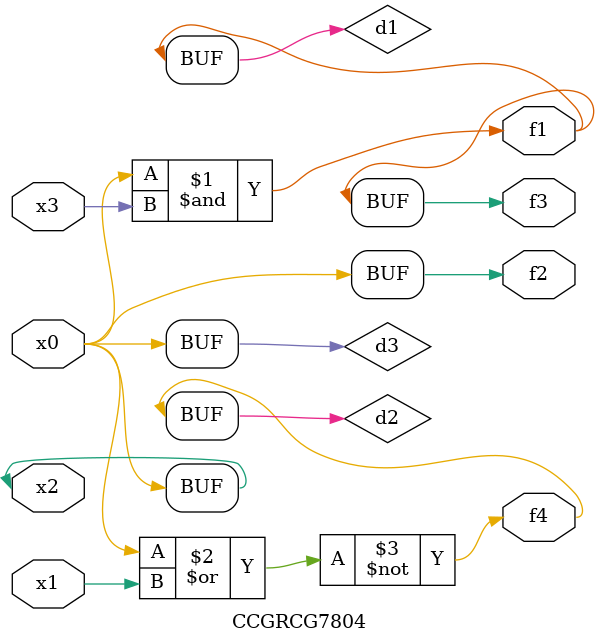
<source format=v>
module CCGRCG7804(
	input x0, x1, x2, x3,
	output f1, f2, f3, f4
);

	wire d1, d2, d3;

	and (d1, x2, x3);
	nor (d2, x0, x1);
	buf (d3, x0, x2);
	assign f1 = d1;
	assign f2 = d3;
	assign f3 = d1;
	assign f4 = d2;
endmodule

</source>
